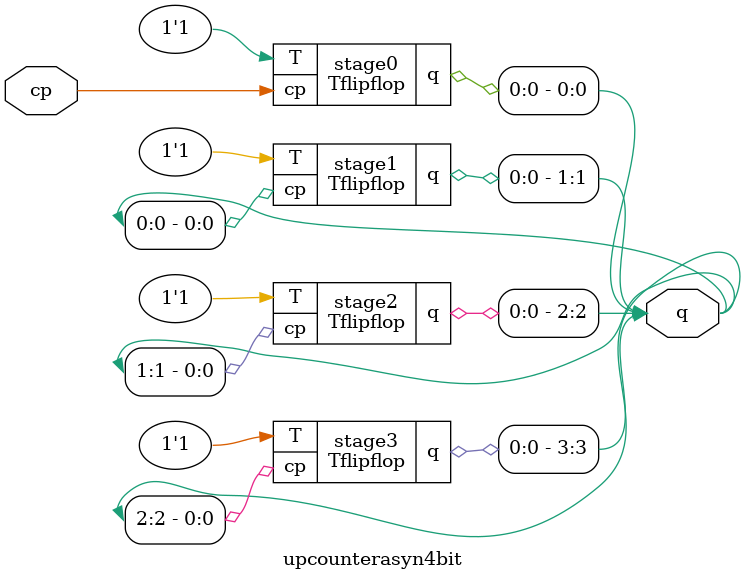
<source format=v>
module Tflipflop(T,cp,q);
input T;
input cp;
output q;
reg q;
always @(negedge cp)
begin
if(!T)
q <= q;
else
q <= ~q;
end
endmodule
module upcounterasyn4bit(cp,q);
input cp;
output [3:0]q;
Tflipflop stage0(1,cp,q[0]);
Tflipflop stage1(1,q[0],q[1]);
Tflipflop stage2(1,q[1],q[2]);
Tflipflop stage3(1,q[2],q[3]);
endmodule

</source>
